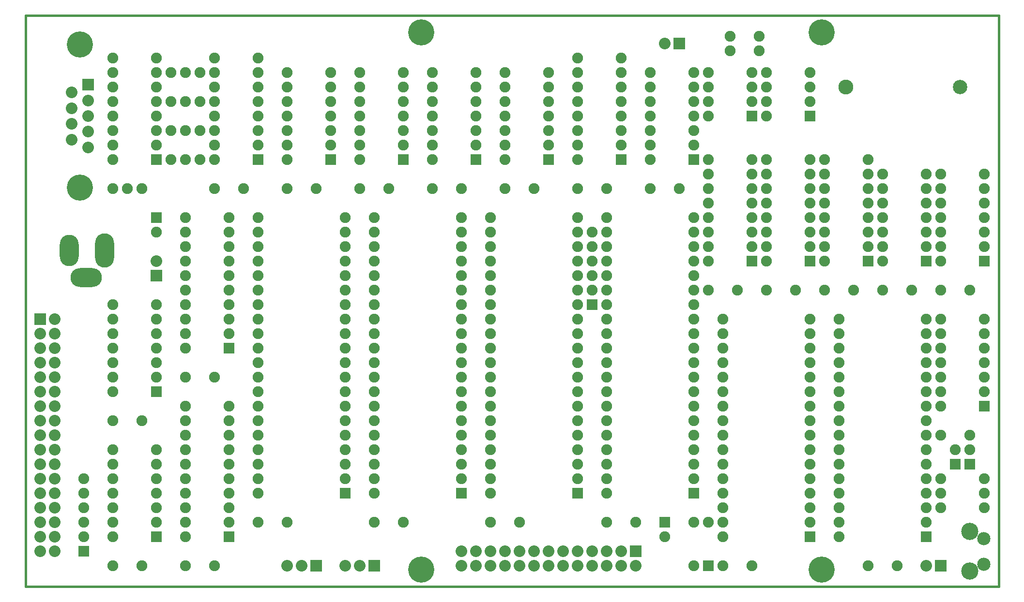
<source format=gts>
G04 (created by PCBNEW-RS274X (2012-01-19 BZR 3256)-stable) date 5/2/2012 11:33:04 PM*
G01*
G70*
G90*
%MOIN*%
G04 Gerber Fmt 3.4, Leading zero omitted, Abs format*
%FSLAX34Y34*%
G04 APERTURE LIST*
%ADD10C,0.006000*%
%ADD11C,0.015000*%
%ADD12R,0.080000X0.080000*%
%ADD13C,0.080000*%
%ADD14C,0.075000*%
%ADD15C,0.102700*%
%ADD16C,0.098700*%
%ADD17R,0.075000X0.075000*%
%ADD18C,0.180000*%
%ADD19C,0.118400*%
%ADD20C,0.090900*%
%ADD21O,0.130200X0.216900*%
%ADD22O,0.130200X0.236500*%
%ADD23O,0.216900X0.130200*%
G04 APERTURE END LIST*
G54D10*
G54D11*
X20000Y-20065D02*
X20000Y-59435D01*
X20000Y-59435D02*
X87008Y-59435D01*
X87008Y-20065D02*
X20000Y-20065D01*
X87008Y-59435D02*
X87008Y-20065D01*
G54D12*
X62000Y-57000D03*
G54D13*
X62000Y-58000D03*
X61000Y-57000D03*
X61000Y-58000D03*
X60000Y-57000D03*
X60000Y-58000D03*
X59000Y-57000D03*
X59000Y-58000D03*
X58000Y-57000D03*
X58000Y-58000D03*
X57000Y-57000D03*
X57000Y-58000D03*
X56000Y-57000D03*
X56000Y-58000D03*
X55000Y-57000D03*
X55000Y-58000D03*
X54000Y-57000D03*
X54000Y-58000D03*
X53000Y-57000D03*
X53000Y-58000D03*
X52000Y-57000D03*
X52000Y-58000D03*
X51000Y-57000D03*
X51000Y-58000D03*
X50000Y-57000D03*
X50000Y-58000D03*
G54D14*
X83000Y-49000D03*
X85000Y-49000D03*
X83000Y-39000D03*
X85000Y-39000D03*
X26000Y-48000D03*
X28000Y-48000D03*
X26000Y-58000D03*
X28000Y-58000D03*
X48000Y-32000D03*
X50000Y-32000D03*
X53000Y-32000D03*
X55000Y-32000D03*
X38000Y-32000D03*
X40000Y-32000D03*
X67000Y-39000D03*
X69000Y-39000D03*
X79000Y-39000D03*
X81000Y-39000D03*
X63000Y-32000D03*
X65000Y-32000D03*
X58000Y-32000D03*
X60000Y-32000D03*
X33000Y-32000D03*
X35000Y-32000D03*
X43000Y-32000D03*
X45000Y-32000D03*
X71000Y-39000D03*
X73000Y-39000D03*
X75000Y-39000D03*
X77000Y-39000D03*
X31000Y-58000D03*
X33000Y-58000D03*
X44000Y-55000D03*
X46000Y-55000D03*
X31000Y-45000D03*
X33000Y-45000D03*
X62000Y-55000D03*
X60000Y-55000D03*
X68000Y-58000D03*
X70000Y-58000D03*
X78000Y-58000D03*
X80000Y-58000D03*
X52000Y-55000D03*
X54000Y-55000D03*
X36000Y-55000D03*
X38000Y-55000D03*
G54D15*
X76488Y-25000D03*
G54D16*
X84362Y-25000D03*
G54D17*
X67000Y-58000D03*
G54D14*
X67000Y-55000D03*
G54D17*
X86000Y-37000D03*
G54D14*
X86000Y-36000D03*
X86000Y-35000D03*
X86000Y-34000D03*
X86000Y-33000D03*
X86000Y-32000D03*
X86000Y-31000D03*
X83000Y-31000D03*
X83000Y-32000D03*
X83000Y-33000D03*
X83000Y-34000D03*
X83000Y-35000D03*
X83000Y-36000D03*
X83000Y-37000D03*
G54D17*
X51000Y-30000D03*
G54D14*
X51000Y-29000D03*
X51000Y-28000D03*
X51000Y-27000D03*
X51000Y-26000D03*
X51000Y-25000D03*
X51000Y-24000D03*
X48000Y-24000D03*
X48000Y-25000D03*
X48000Y-26000D03*
X48000Y-27000D03*
X48000Y-28000D03*
X48000Y-29000D03*
X48000Y-30000D03*
G54D17*
X41000Y-30000D03*
G54D14*
X41000Y-29000D03*
X41000Y-28000D03*
X41000Y-27000D03*
X41000Y-26000D03*
X41000Y-25000D03*
X41000Y-24000D03*
X38000Y-24000D03*
X38000Y-25000D03*
X38000Y-26000D03*
X38000Y-27000D03*
X38000Y-28000D03*
X38000Y-29000D03*
X38000Y-30000D03*
G54D17*
X46000Y-30000D03*
G54D14*
X46000Y-29000D03*
X46000Y-28000D03*
X46000Y-27000D03*
X46000Y-26000D03*
X46000Y-25000D03*
X46000Y-24000D03*
X43000Y-24000D03*
X43000Y-25000D03*
X43000Y-26000D03*
X43000Y-27000D03*
X43000Y-28000D03*
X43000Y-29000D03*
X43000Y-30000D03*
G54D17*
X86000Y-47000D03*
G54D14*
X86000Y-46000D03*
X86000Y-45000D03*
X86000Y-44000D03*
X86000Y-43000D03*
X86000Y-42000D03*
X86000Y-41000D03*
X83000Y-41000D03*
X83000Y-42000D03*
X83000Y-43000D03*
X83000Y-44000D03*
X83000Y-45000D03*
X83000Y-46000D03*
X83000Y-47000D03*
G54D17*
X29000Y-56000D03*
G54D14*
X29000Y-55000D03*
X29000Y-54000D03*
X29000Y-53000D03*
X29000Y-52000D03*
X29000Y-51000D03*
X29000Y-50000D03*
X26000Y-50000D03*
X26000Y-51000D03*
X26000Y-52000D03*
X26000Y-53000D03*
X26000Y-54000D03*
X26000Y-55000D03*
X26000Y-56000D03*
G54D17*
X29000Y-46000D03*
G54D14*
X29000Y-45000D03*
X29000Y-44000D03*
X29000Y-43000D03*
X29000Y-42000D03*
X29000Y-41000D03*
X29000Y-40000D03*
X26000Y-40000D03*
X26000Y-41000D03*
X26000Y-42000D03*
X26000Y-43000D03*
X26000Y-44000D03*
X26000Y-45000D03*
X26000Y-46000D03*
G54D17*
X36000Y-30000D03*
G54D14*
X36000Y-29000D03*
X36000Y-28000D03*
X36000Y-27000D03*
X36000Y-26000D03*
X36000Y-25000D03*
X36000Y-24000D03*
X36000Y-23000D03*
X33000Y-23000D03*
X33000Y-24000D03*
X33000Y-25000D03*
X33000Y-26000D03*
X33000Y-27000D03*
X33000Y-28000D03*
X33000Y-29000D03*
X33000Y-30000D03*
G54D17*
X78000Y-37000D03*
G54D14*
X78000Y-36000D03*
X78000Y-35000D03*
X78000Y-34000D03*
X78000Y-33000D03*
X78000Y-32000D03*
X78000Y-31000D03*
X78000Y-30000D03*
X75000Y-30000D03*
X75000Y-31000D03*
X75000Y-32000D03*
X75000Y-33000D03*
X75000Y-34000D03*
X75000Y-35000D03*
X75000Y-36000D03*
X75000Y-37000D03*
G54D17*
X61000Y-30000D03*
G54D14*
X61000Y-29000D03*
X61000Y-28000D03*
X61000Y-27000D03*
X61000Y-26000D03*
X61000Y-25000D03*
X61000Y-24000D03*
X61000Y-23000D03*
X58000Y-23000D03*
X58000Y-24000D03*
X58000Y-25000D03*
X58000Y-26000D03*
X58000Y-27000D03*
X58000Y-28000D03*
X58000Y-29000D03*
X58000Y-30000D03*
G54D17*
X82000Y-56000D03*
G54D14*
X82000Y-55000D03*
X82000Y-54000D03*
X82000Y-53000D03*
X82000Y-52000D03*
X82000Y-51000D03*
X82000Y-50000D03*
X82000Y-49000D03*
X82000Y-48000D03*
X82000Y-47000D03*
X82000Y-46000D03*
X82000Y-45000D03*
X82000Y-44000D03*
X82000Y-43000D03*
X82000Y-42000D03*
X82000Y-41000D03*
X76000Y-41000D03*
X76000Y-42000D03*
X76000Y-43000D03*
X76000Y-44000D03*
X76000Y-45000D03*
X76000Y-46000D03*
X76000Y-47000D03*
X76000Y-48000D03*
X76000Y-49000D03*
X76000Y-50000D03*
X76000Y-51000D03*
X76000Y-52000D03*
X76000Y-53000D03*
X76000Y-54000D03*
X76000Y-55000D03*
X76000Y-56000D03*
G54D17*
X74000Y-56000D03*
G54D14*
X74000Y-55000D03*
X74000Y-54000D03*
X74000Y-53000D03*
X74000Y-52000D03*
X74000Y-51000D03*
X74000Y-50000D03*
X74000Y-49000D03*
X74000Y-48000D03*
X74000Y-47000D03*
X74000Y-46000D03*
X74000Y-45000D03*
X74000Y-44000D03*
X74000Y-43000D03*
X74000Y-42000D03*
X74000Y-41000D03*
X68000Y-41000D03*
X68000Y-42000D03*
X68000Y-43000D03*
X68000Y-44000D03*
X68000Y-45000D03*
X68000Y-46000D03*
X68000Y-47000D03*
X68000Y-48000D03*
X68000Y-49000D03*
X68000Y-50000D03*
X68000Y-51000D03*
X68000Y-52000D03*
X68000Y-53000D03*
X68000Y-54000D03*
X68000Y-55000D03*
X68000Y-56000D03*
G54D17*
X50000Y-53000D03*
G54D14*
X50000Y-52000D03*
X50000Y-51000D03*
X50000Y-50000D03*
X50000Y-49000D03*
X50000Y-48000D03*
X50000Y-47000D03*
X50000Y-46000D03*
X50000Y-45000D03*
X50000Y-44000D03*
X50000Y-43000D03*
X50000Y-42000D03*
X50000Y-41000D03*
X50000Y-40000D03*
X50000Y-39000D03*
X50000Y-38000D03*
X50000Y-37000D03*
X50000Y-36000D03*
X50000Y-35000D03*
X50000Y-34000D03*
X44000Y-34000D03*
X44000Y-35000D03*
X44000Y-36000D03*
X44000Y-37000D03*
X44000Y-38000D03*
X44000Y-39000D03*
X44000Y-40000D03*
X44000Y-41000D03*
X44000Y-42000D03*
X44000Y-43000D03*
X44000Y-44000D03*
X44000Y-45000D03*
X44000Y-46000D03*
X44000Y-47000D03*
X44000Y-48000D03*
X44000Y-49000D03*
X44000Y-50000D03*
X44000Y-51000D03*
X44000Y-52000D03*
X44000Y-53000D03*
G54D17*
X42000Y-53000D03*
G54D14*
X42000Y-52000D03*
X42000Y-51000D03*
X42000Y-50000D03*
X42000Y-49000D03*
X42000Y-48000D03*
X42000Y-47000D03*
X42000Y-46000D03*
X42000Y-45000D03*
X42000Y-44000D03*
X42000Y-43000D03*
X42000Y-42000D03*
X42000Y-41000D03*
X42000Y-40000D03*
X42000Y-39000D03*
X42000Y-38000D03*
X42000Y-37000D03*
X42000Y-36000D03*
X42000Y-35000D03*
X42000Y-34000D03*
X36000Y-34000D03*
X36000Y-35000D03*
X36000Y-36000D03*
X36000Y-37000D03*
X36000Y-38000D03*
X36000Y-39000D03*
X36000Y-40000D03*
X36000Y-41000D03*
X36000Y-42000D03*
X36000Y-43000D03*
X36000Y-44000D03*
X36000Y-45000D03*
X36000Y-46000D03*
X36000Y-47000D03*
X36000Y-48000D03*
X36000Y-49000D03*
X36000Y-50000D03*
X36000Y-51000D03*
X36000Y-52000D03*
X36000Y-53000D03*
G54D17*
X58000Y-53000D03*
G54D14*
X58000Y-52000D03*
X58000Y-51000D03*
X58000Y-50000D03*
X58000Y-49000D03*
X58000Y-48000D03*
X58000Y-47000D03*
X58000Y-46000D03*
X58000Y-45000D03*
X58000Y-44000D03*
X58000Y-43000D03*
X58000Y-42000D03*
X58000Y-41000D03*
X58000Y-40000D03*
X58000Y-39000D03*
X58000Y-38000D03*
X58000Y-37000D03*
X58000Y-36000D03*
X58000Y-35000D03*
X58000Y-34000D03*
X52000Y-34000D03*
X52000Y-35000D03*
X52000Y-36000D03*
X52000Y-37000D03*
X52000Y-38000D03*
X52000Y-39000D03*
X52000Y-40000D03*
X52000Y-41000D03*
X52000Y-42000D03*
X52000Y-43000D03*
X52000Y-44000D03*
X52000Y-45000D03*
X52000Y-46000D03*
X52000Y-47000D03*
X52000Y-48000D03*
X52000Y-49000D03*
X52000Y-50000D03*
X52000Y-51000D03*
X52000Y-52000D03*
X52000Y-53000D03*
G54D17*
X66000Y-53000D03*
G54D14*
X66000Y-52000D03*
X66000Y-51000D03*
X66000Y-50000D03*
X66000Y-49000D03*
X66000Y-48000D03*
X66000Y-47000D03*
X66000Y-46000D03*
X66000Y-45000D03*
X66000Y-44000D03*
X66000Y-43000D03*
X66000Y-42000D03*
X66000Y-41000D03*
X66000Y-40000D03*
X66000Y-39000D03*
X66000Y-38000D03*
X66000Y-37000D03*
X66000Y-36000D03*
X66000Y-35000D03*
X66000Y-34000D03*
X60000Y-34000D03*
X60000Y-35000D03*
X60000Y-36000D03*
X60000Y-37000D03*
X60000Y-38000D03*
X60000Y-39000D03*
X60000Y-40000D03*
X60000Y-41000D03*
X60000Y-42000D03*
X60000Y-43000D03*
X60000Y-44000D03*
X60000Y-45000D03*
X60000Y-46000D03*
X60000Y-47000D03*
X60000Y-48000D03*
X60000Y-49000D03*
X60000Y-50000D03*
X60000Y-51000D03*
X60000Y-52000D03*
X60000Y-53000D03*
G54D18*
X74803Y-58254D03*
X74803Y-21246D03*
X47244Y-58254D03*
X47244Y-21246D03*
G54D12*
X83000Y-58000D03*
G54D13*
X82000Y-58000D03*
G54D12*
X65000Y-22000D03*
G54D13*
X64000Y-22000D03*
G54D14*
X86000Y-52000D03*
X83000Y-52000D03*
X86000Y-54000D03*
X83000Y-54000D03*
X66000Y-58000D03*
X66000Y-55000D03*
X86000Y-53000D03*
X83000Y-53000D03*
G54D17*
X84000Y-51000D03*
G54D14*
X84000Y-50000D03*
G54D17*
X85000Y-51000D03*
G54D14*
X85000Y-50000D03*
G54D17*
X24000Y-57000D03*
G54D14*
X24000Y-56000D03*
X24000Y-55000D03*
X24000Y-54000D03*
X24000Y-53000D03*
X24000Y-52000D03*
G54D17*
X59000Y-40000D03*
G54D14*
X59000Y-39000D03*
X59000Y-38000D03*
X59000Y-37000D03*
X59000Y-36000D03*
X59000Y-35000D03*
G54D19*
X85000Y-58379D03*
X85000Y-55623D03*
G54D20*
X85984Y-57887D03*
X85984Y-56115D03*
G54D12*
X21000Y-41000D03*
G54D13*
X22000Y-41000D03*
X21000Y-46000D03*
X22000Y-42000D03*
X21000Y-47000D03*
X22000Y-43000D03*
X21000Y-48000D03*
X22000Y-44000D03*
X21000Y-49000D03*
X22000Y-45000D03*
X21000Y-50000D03*
X22000Y-46000D03*
X21000Y-51000D03*
X22000Y-47000D03*
X21000Y-52000D03*
X22000Y-48000D03*
X21000Y-53000D03*
X22000Y-49000D03*
X21000Y-54000D03*
X22000Y-50000D03*
X21000Y-55000D03*
X22000Y-51000D03*
X21000Y-56000D03*
X22000Y-52000D03*
X22000Y-53000D03*
X21000Y-57000D03*
X22000Y-54000D03*
X22000Y-56000D03*
X22000Y-57000D03*
X21000Y-42000D03*
X21000Y-43000D03*
X21000Y-44000D03*
X21000Y-45000D03*
X22000Y-55000D03*
G54D12*
X29000Y-38000D03*
G54D13*
X29000Y-37000D03*
G54D17*
X29000Y-34000D03*
G54D14*
X29000Y-35000D03*
G54D17*
X64000Y-55000D03*
G54D14*
X64000Y-56000D03*
G54D17*
X34000Y-43000D03*
G54D14*
X34000Y-42000D03*
X34000Y-41000D03*
X34000Y-40000D03*
X34000Y-39000D03*
X34000Y-38000D03*
X34000Y-37000D03*
X34000Y-36000D03*
X34000Y-35000D03*
X34000Y-34000D03*
X31000Y-34000D03*
X31000Y-35000D03*
X31000Y-36000D03*
X31000Y-37000D03*
X31000Y-38000D03*
X31000Y-39000D03*
X31000Y-40000D03*
X31000Y-41000D03*
X31000Y-42000D03*
X31000Y-43000D03*
G54D17*
X34000Y-56000D03*
G54D14*
X34000Y-55000D03*
X34000Y-54000D03*
X34000Y-53000D03*
X34000Y-52000D03*
X34000Y-51000D03*
X34000Y-50000D03*
X34000Y-49000D03*
X34000Y-48000D03*
X34000Y-47000D03*
X31000Y-47000D03*
X31000Y-48000D03*
X31000Y-49000D03*
X31000Y-50000D03*
X31000Y-51000D03*
X31000Y-52000D03*
X31000Y-53000D03*
X31000Y-54000D03*
X31000Y-55000D03*
X31000Y-56000D03*
G54D17*
X74000Y-37000D03*
G54D14*
X74000Y-36000D03*
X74000Y-35000D03*
X74000Y-34000D03*
X74000Y-33000D03*
X74000Y-32000D03*
X74000Y-31000D03*
X74000Y-30000D03*
X71000Y-30000D03*
X71000Y-31000D03*
X71000Y-32000D03*
X71000Y-33000D03*
X71000Y-34000D03*
X71000Y-35000D03*
X71000Y-36000D03*
X71000Y-37000D03*
G54D17*
X70000Y-37000D03*
G54D14*
X70000Y-36000D03*
X70000Y-35000D03*
X70000Y-34000D03*
X70000Y-33000D03*
X70000Y-32000D03*
X70000Y-31000D03*
X70000Y-30000D03*
X67000Y-30000D03*
X67000Y-31000D03*
X67000Y-32000D03*
X67000Y-33000D03*
X67000Y-34000D03*
X67000Y-35000D03*
X67000Y-36000D03*
X67000Y-37000D03*
G54D17*
X66000Y-30000D03*
G54D14*
X66000Y-29000D03*
X66000Y-28000D03*
X66000Y-27000D03*
X66000Y-26000D03*
X66000Y-25000D03*
X66000Y-24000D03*
X63000Y-24000D03*
X63000Y-25000D03*
X63000Y-26000D03*
X63000Y-27000D03*
X63000Y-28000D03*
X63000Y-29000D03*
X63000Y-30000D03*
G54D17*
X56000Y-30000D03*
G54D14*
X56000Y-29000D03*
X56000Y-28000D03*
X56000Y-27000D03*
X56000Y-26000D03*
X56000Y-25000D03*
X56000Y-24000D03*
X53000Y-24000D03*
X53000Y-25000D03*
X53000Y-26000D03*
X53000Y-27000D03*
X53000Y-28000D03*
X53000Y-29000D03*
X53000Y-30000D03*
G54D17*
X29000Y-30000D03*
G54D14*
X29000Y-29000D03*
X29000Y-28000D03*
X29000Y-27000D03*
X29000Y-26000D03*
X29000Y-25000D03*
X29000Y-24000D03*
X29000Y-23000D03*
X26000Y-23000D03*
X26000Y-24000D03*
X26000Y-25000D03*
X26000Y-26000D03*
X26000Y-27000D03*
X26000Y-28000D03*
X26000Y-29000D03*
X26000Y-30000D03*
G54D17*
X70000Y-27000D03*
G54D14*
X70000Y-26000D03*
X70000Y-25000D03*
X70000Y-24000D03*
X67000Y-24000D03*
X67000Y-25000D03*
X67000Y-26000D03*
X67000Y-27000D03*
G54D17*
X74000Y-27000D03*
G54D14*
X74000Y-26000D03*
X74000Y-25000D03*
X74000Y-24000D03*
X71000Y-24000D03*
X71000Y-25000D03*
X71000Y-26000D03*
X71000Y-27000D03*
G54D17*
X82000Y-37000D03*
G54D14*
X82000Y-36000D03*
X82000Y-35000D03*
X82000Y-34000D03*
X82000Y-33000D03*
X82000Y-32000D03*
X82000Y-31000D03*
X79000Y-31000D03*
X79000Y-32000D03*
X79000Y-33000D03*
X79000Y-34000D03*
X79000Y-35000D03*
X79000Y-36000D03*
X79000Y-37000D03*
G54D18*
X23750Y-22080D03*
X23750Y-31920D03*
G54D12*
X24310Y-24840D03*
G54D13*
X24310Y-25920D03*
X24310Y-27000D03*
X24310Y-28080D03*
X24310Y-29160D03*
X23190Y-28620D03*
X23190Y-27540D03*
X23190Y-26450D03*
X23190Y-25380D03*
G54D21*
X23000Y-36250D03*
G54D22*
X25441Y-36250D03*
G54D23*
X24181Y-38140D03*
G54D12*
X40000Y-58000D03*
G54D13*
X39000Y-58000D03*
X38000Y-58000D03*
G54D12*
X44000Y-58000D03*
G54D13*
X43000Y-58000D03*
X42000Y-58000D03*
G54D14*
X68500Y-22500D03*
X68500Y-21500D03*
X70500Y-22500D03*
X70500Y-21500D03*
X26000Y-32000D03*
X28000Y-32000D03*
X27000Y-32000D03*
X30000Y-28000D03*
X32000Y-28000D03*
X31000Y-28000D03*
X30000Y-26000D03*
X32000Y-26000D03*
X31000Y-26000D03*
X30000Y-30000D03*
X32000Y-30000D03*
X31000Y-30000D03*
X30000Y-24000D03*
X32000Y-24000D03*
X31000Y-24000D03*
M02*

</source>
